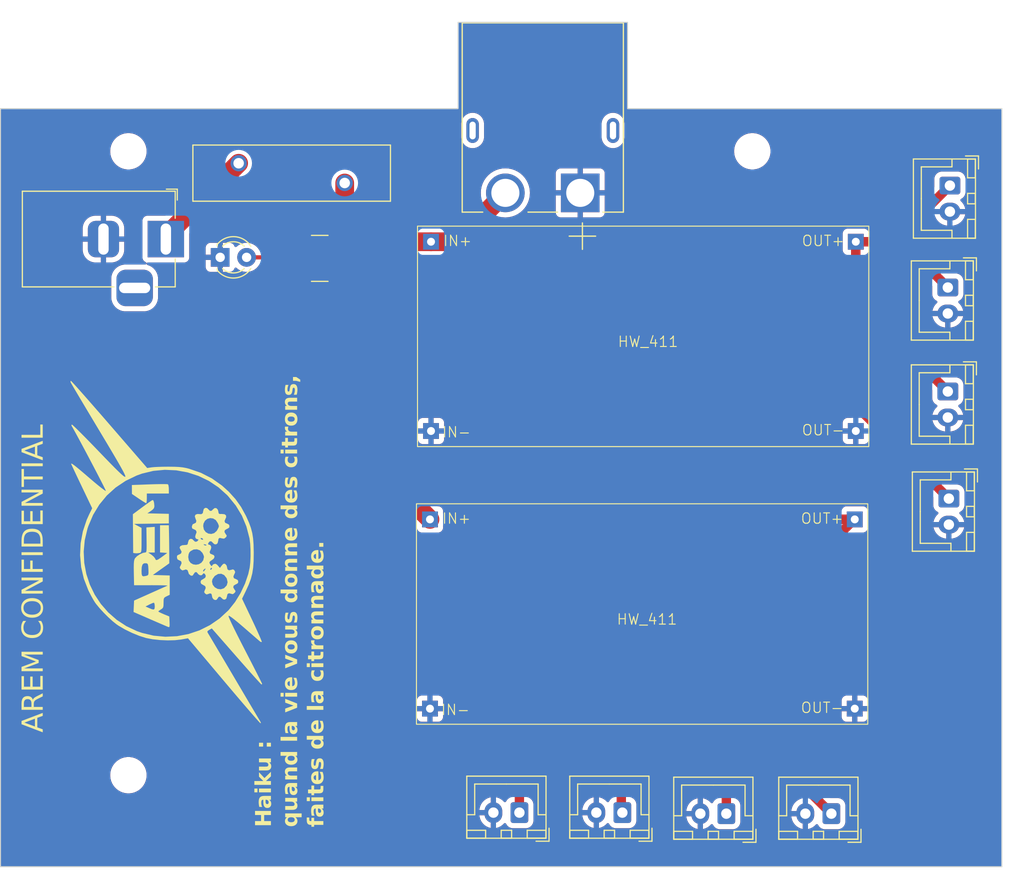
<source format=kicad_pcb>
(kicad_pcb (version 20240108) (generator "pcbnew") (generator_version "8.0")
  (title_block (title "Carte d'alimentation 2024") (date "2024-02-08") (rev "Cyril, Eliott") (company "AREM"))
  (layers (0 "F.Cu" signal) (31 "B.Cu" signal) (34 "B.Paste" user) (35 "F.Paste" user) (36 "B.SilkS" user "B.Silkscreen") (37 "F.SilkS" user "F.Silkscreen") (38 "B.Mask" user) (39 "F.Mask" user) (44 "Edge.Cuts" user))
  (net 0 "")
  (net 1 "GND")
  (net 2 "Net-(D1-A)")
  (net 3 "Net-(J1-Pin_1)")
  (net 4 "VIN")
  (net 5 "VOUT_1")
  (net 6 "VOUT_2")
  (footprint "MountingHole:MountingHole_3mm" (layer "F.Cu") (at 40 100)
    (property "Reference" "He" (hide yes))
    (property "Value" "MountingHole" (hide yes))
    (pad "" np_thru_hole circle (at 0 0) (size 3 3) (drill 3) (layers "*.Cu" "*.Mask"))
  )
  (footprint "Connector_JST:JST_XH_B2B-XH-A_1x02_P2.50mm_Vertical" (layer "F.Cu") (at 118.9 73.4 -90)
    (property "Reference" "J5")
    (property "Value" "Conn_JST_XH_2_pins" (hide yes))
    (pad "1" thru_hole roundrect (at 0 0 270) (size 1.7 2) (drill 1) (layers "*.Cu" "*.Mask") (roundrect_rratio 0.1470588235) (net 5 "VOUT_1"))
    (pad "2" thru_hole oval (at 2.5 0 270) (size 1.7 2) (drill 1) (layers "*.Cu" "*.Mask") (net 1 "GND"))
  )
  (footprint "MountingHole:MountingHole_3mm" (layer "F.Cu") (at 100 40)
    (property "Reference" "H3" (hide yes))
    (property "Value" "MountingHole" (hide yes))
    (pad "" np_thru_hole circle (at 0 0) (size 3 3) (drill 3) (layers "*.Cu" "*.Mask"))
  )
  (footprint "Connector_JST:JST_XH_B2B-XH-A_1x02_P2.50mm_Vertical" (layer "F.Cu") (at 97.5 103.7 180)
    (property "Reference" "J7")
    (property "Value" "Conn_JST_XH_2_pins" (hide yes))
    (pad "1" thru_hole roundrect (at 0 0 180) (size 1.7 2) (drill 1) (layers "*.Cu" "*.Mask") (roundrect_rratio 0.1470588235) (net 6 "VOUT_2"))
    (pad "2" thru_hole oval (at 2.5 0 180) (size 1.7 2) (drill 1) (layers "*.Cu" "*.Mask") (net 1 "GND"))
  )
  (footprint "lib_supply_power_5V:HW_411" (layer "F.Cu") (at 89.6 95.1)
    (property "Reference" "U2")
    (property "Value" "~" (hide yes))
    (fp_text user "OUT-" (at 15 -1 0) (layer "F.SilkS") (effects (font (thickness 0.1)) (justify left bottom)))
    (fp_text user "IN+" (at -19.5 -19.2 0) (layer "F.SilkS") (effects (font (thickness 0.1)) (justify left bottom)))
    (fp_text user "IN-" (at -19.6 -0.8 0) (layer "F.SilkS") (effects (font (thickness 0.1)) (justify left bottom)))
    (fp_text user "OUT+" (at 15 -19.2 0) (layer "F.SilkS") (effects (font (thickness 0.1)) (justify left bottom)))
    (fp_text user "HW_411" (at -2.7 -9.5 0) (layer "F.SilkS") (effects (font (thickness 0.1)) (justify left bottom)))
    (pad "1" thru_hole rect (at -20.6 -19.7) (size 1.524 1.524) (drill 0.762) (layers "*.Cu" "*.Mask") (net 4 "VIN"))
    (pad "2" thru_hole rect (at -20.6 -1.5) (size 1.524 1.524) (drill 0.762) (layers "*.Cu" "*.Mask") (net 1 "GND"))
    (pad "3" thru_hole rect (at 20.25 -19.7) (size 1.524 1.524) (drill 0.762) (layers "*.Cu" "*.Mask") (net 6 "VOUT_2"))
    (pad "4" thru_hole rect (at 20.25 -1.5) (size 1.524 1.524) (drill 0.762) (layers "*.Cu" "*.Mask") (net 1 "GND"))
  )
  (footprint "Connector_JST:JST_XH_B2B-XH-A_1x02_P2.50mm_Vertical" (layer "F.Cu") (at 107.6 103.7 180)
    (property "Reference" "J6")
    (property "Value" "Conn_JST_XH_2_pins" (hide yes))
    (pad "1" thru_hole roundrect (at 0 0 180) (size 1.7 2) (drill 1) (layers "*.Cu" "*.Mask") (roundrect_rratio 0.1470588235) (net 6 "VOUT_2"))
    (pad "2" thru_hole oval (at 2.5 0 180) (size 1.7 2) (drill 1) (layers "*.Cu" "*.Mask") (net 1 "GND"))
  )
  (footprint "MountingHole:MountingHole_3mm" (layer "F.Cu") (at 40 40)
    (property "Reference" "H2" (hide yes))
    (property "Value" "MountingHole" (hide yes))
    (pad "" np_thru_hole circle (at 0 0) (size 3 3) (drill 3) (layers "*.Cu" "*.Mask"))
  )
  (footprint "Resistor_SMD:R_2816_7142Metric" (layer "F.Cu") (at 58.4 50.3 180)
    (property "Reference" "R1")
    (property "Value" "R" (hide yes))
    (pad "1" smd roundrect (at -2.5125 0 180) (size 3.025 4.45) (layers "F.Cu" "F.Paste" "F.Mask") (roundrect_rratio 0.08264495868) (net 4 "VIN"))
    (pad "2" smd roundrect (at 2.5125 0 180) (size 3.025 4.45) (layers "F.Cu" "F.Paste" "F.Mask") (roundrect_rratio 0.08264495868) (net 2 "Net-(D1-A)"))
  )
  (footprint "LED_THT:LED_D3.0mm" (layer "F.Cu") (at 48.825 50.2)
    (property "Reference" "D1")
    (property "Value" "LED" (hide yes))
    (pad "1" thru_hole rect (at 0 0) (size 1.8 1.8) (drill 0.9) (layers "*.Cu" "*.Mask") (net 1 "GND"))
    (pad "2" thru_hole circle (at 2.54 0) (size 1.8 1.8) (drill 0.9) (layers "*.Cu" "*.Mask") (net 2 "Net-(D1-A)"))
  )
  (footprint "lib_supply_power_5V:HW_411" (layer "F.Cu") (at 89.7 68.4)
    (property "Reference" "U1")
    (property "Value" "~" (hide yes))
    (fp_text user "IN+" (at -19.5 -19.2 0) (layer "F.SilkS") (effects (font (thickness 0.1)) (justify left bottom)))
    (fp_text user "OUT-" (at 15 -1 0) (layer "F.SilkS") (effects (font (thickness 0.1)) (justify left bottom)))
    (fp_text user "HW_411" (at -2.7 -9.5 0) (layer "F.SilkS") (effects (font (thickness 0.1)) (justify left bottom)))
    (fp_text user "IN-" (at -19.6 -0.8 0) (layer "F.SilkS") (effects (font (thickness 0.1)) (justify left bottom)))
    (fp_text user "OUT+" (at 15 -19.2 0) (layer "F.SilkS") (effects (font (thickness 0.1)) (justify left bottom)))
    (pad "1" thru_hole rect (at -20.6 -19.7) (size 1.524 1.524) (drill 0.762) (layers "*.Cu" "*.Mask") (net 4 "VIN"))
    (pad "2" thru_hole rect (at -20.6 -1.5) (size 1.524 1.524) (drill 0.762) (layers "*.Cu" "*.Mask") (net 1 "GND"))
    (pad "3" thru_hole rect (at 20.25 -19.7) (size 1.524 1.524) (drill 0.762) (layers "*.Cu" "*.Mask") (net 5 "VOUT_1"))
    (pad "4" thru_hole rect (at 20.25 -1.5) (size 1.524 1.524) (drill 0.762) (layers "*.Cu" "*.Mask") (net 1 "GND"))
  )
  (footprint "Connector_JST:JST_XH_B2B-XH-A_1x02_P2.50mm_Vertical" (layer "F.Cu") (at 77.6 103.6 180)
    (property "Reference" "J9")
    (property "Value" "Conn_JST_XH_2_pins" (hide yes))
    (pad "1" thru_hole roundrect (at 0 0 180) (size 1.7 2) (drill 1) (layers "*.Cu" "*.Mask") (roundrect_rratio 0.1470588235) (net 6 "VOUT_2"))
    (pad "2" thru_hole oval (at 2.5 0 180) (size 1.7 2) (drill 1) (layers "*.Cu" "*.Mask") (net 1 "GND"))
  )
  (footprint "Fuse:Fuse_BelFuse_0ZRE0100FF_L18.7mm_W5.1mm" (layer "F.Cu") (at 50.6 41.15)
    (property "Reference" "F1")
    (property "Value" "Fuse" (hide yes))
    (pad "1" thru_hole circle (at 0 0) (size 1.56 1.56) (drill 1.01) (layers "*.Cu" "*.Mask") (net 3 "Net-(J1-Pin_1)"))
    (pad "2" thru_hole circle (at 10.2 1.9) (size 1.56 1.56) (drill 1.01) (layers "*.Cu" "*.Mask") (net 4 "VIN"))
  )
  (footprint "Connector_JST:JST_XH_B2B-XH-A_1x02_P2.50mm_Vertical" (layer "F.Cu") (at 87.5 103.6 180)
    (property "Reference" "J8")
    (property "Value" "Conn_JST_XH_2_pins" (hide yes))
    (pad "1" thru_hole roundrect (at 0 0 180) (size 1.7 2) (drill 1) (layers "*.Cu" "*.Mask") (roundrect_rratio 0.1470588235) (net 6 "VOUT_2"))
    (pad "2" thru_hole oval (at 2.5 0 180) (size 1.7 2) (drill 1) (layers "*.Cu" "*.Mask") (net 1 "GND"))
  )
  (footprint "Connector_JST:JST_XH_B2B-XH-A_1x02_P2.50mm_Vertical" (layer "F.Cu") (at 119 43.3 -90)
    (property "Reference" "J2")
    (property "Value" "Conn_JST_XH_2_pins" (hide yes))
    (pad "1" thru_hole roundrect (at 0 0 270) (size 1.7 2) (drill 1) (layers "*.Cu" "*.Mask") (roundrect_rratio 0.1470588235) (net 5 "VOUT_1"))
    (pad "2" thru_hole oval (at 2.5 0 270) (size 1.7 2) (drill 1) (layers "*.Cu" "*.Mask") (net 1 "GND"))
  )
  (footprint "Connector_BarrelJack:BarrelJack_Horizontal" (layer "F.Cu") (at 43.6 48.4425)
    (property "Reference" "J1")
    (property "Value" "Conn_Jack" (hide yes))
    (pad "1" thru_hole rect (at 0 0) (size 3.5 3.5) (drill oval 1 3) (layers "*.Cu" "*.Mask") (net 3 "Net-(J1-Pin_1)"))
    (pad "2" thru_hole roundrect (at -6 0) (size 3 3.5) (drill oval 1 3) (layers "*.Cu" "*.Mask") (net 1 "GND"))
    (pad "3" thru_hole roundrect (at -3 4.7) (size 3.5 3.5) (drill oval 3 1) (layers "*.Cu" "*.Mask"))
  )
  (footprint "Connector_JST:JST_XH_B2B-XH-A_1x02_P2.50mm_Vertical" (layer "F.Cu") (at 118.8 53.1 -90)
    (property "Reference" "J3")
    (property "Value" "Conn_JST_XH_2_pins" (hide yes))
    (pad "1" thru_hole roundrect (at 0 0 270) (size 1.7 2) (drill 1) (layers "*.Cu" "*.Mask") (roundrect_rratio 0.1470588235) (net 5 "VOUT_1"))
    (pad "2" thru_hole oval (at 2.5 0 270) (size 1.7 2) (drill 1) (layers "*.Cu" "*.Mask") (net 1 "GND"))
  )
  (footprint "lib_supply_power_5V:AMASS_XT60PW-M" (layer "F.Cu") (at 79.85 38)
    (property "Reference" "J10")
    (property "Value" "Conn_01x02_Pin" (hide yes))
    (pad "1" thru_hole rect (at 3.6 6) (size 3.716 3.716) (drill 2.7) (layers "*.Cu" "*.Mask") (net 1 "GND"))
    (pad "2" thru_hole circle (at -3.6 6) (size 3.716 3.716) (drill 2.7) (layers "*.Cu" "*.Mask") (net 4 "VIN"))
    (pad "S1" thru_hole oval (at 6.75 0) (size 1.2 2.4) (drill oval 0.6 1.7) (layers "*.Cu" "*.Mask"))
    (pad "S2" thru_hole oval (at -6.75 0) (size 1.2 2.4) (drill oval 0.6 1.7) (layers "*.Cu" "*.Mask"))
  )
  (footprint "Connector_JST:JST_XH_B2B-XH-A_1x02_P2.50mm_Vertical" (layer "F.Cu") (at 118.8 63.1 -90)
    (property "Reference" "J4")
    (property "Value" "Conn_JST_XH_2_pins" (hide yes))
    (pad "1" thru_hole roundrect (at 0 0 270) (size 1.7 2) (drill 1) (layers "*.Cu" "*.Mask") (roundrect_rratio 0.1470588235) (net 5 "VOUT_1"))
    (pad "2" thru_hole oval (at 2.5 0 270) (size 1.7 2) (drill 1) (layers "*.Cu" "*.Mask") (net 1 "GND"))
  )
  (footprint "cdr:logo_arem" (layer "B.Cu") (at 43.294835 78.086935 -90)
    (property "Reference" "Logo arem" (hide yes))
    (property "Value" "LOGO" (hide yes))
  )
  (gr_poly (pts (xy 71.7 27.6) (xy 71.7 35.9) (xy 27.7 35.9) (xy 27.7 108.8) (xy 124 108.8) (xy 124 35.9) (xy 88 35.9) (xy 88 27.6)) (stroke (width 0.1)) (fill none) (layer "Edge.Cuts"))
  (gr_text "Haiku :\nquand la vie vous donne des citrons,\nfaites de la citronnade. " (at 59 105 90) (layer "F.SilkS") (effects (font (size 1.5 1.5) (thickness 0.3) (bold yes)) (justify left bottom)))
  (gr_text "AREM CONFIDENTIAL" (at 32.1 95.9 90) (layer "F.SilkS") (effects (font (size 2 2)) (justify left bottom)))
  (segment (start 55.8875 50.3) (end 55.7875 50.2) (width 0.4) (layer "F.Cu") (net 2))
  (segment (start 55.7875 50.2) (end 51.365 50.2) (width 0.4) (layer "F.Cu") (net 2))
  (segment (start 43.6 48.4425) (end 43.6 48.15) (width 1.8) (layer "F.Cu") (net 3))
  (segment (start 43.6 48.15) (end 50.6 41.15) (width 1.8) (layer "F.Cu") (net 3))
  (segment (start 60.9125 50.3) (end 62.5125 48.7) (width 1.8) (layer "F.Cu") (net 4))
  (segment (start 60.9125 67.3125) (end 69 75.4) (width 1.8) (layer "F.Cu") (net 4))
  (segment (start 60.9125 50.3) (end 60.9125 67.3125) (width 1.8) (layer "F.Cu") (net 4))
  (segment (start 62.5125 48.7) (end 69.1 48.7) (width 1.8) (layer "F.Cu") (net 4))
  (segment (start 60.8 43.05) (end 60.8 50.1875) (width 1.8) (layer "F.Cu") (net 4))
  (segment (start 71.55 48.7) (end 76.25 44) (width 1.8) (layer "F.Cu") (net 4))
  (segment (start 69.1 48.7) (end 71.55 48.7) (width 1.8) (layer "F.Cu") (net 4))
  (segment (start 60.8 50.1875) (end 60.9125 50.3) (width 1.8) (layer "F.Cu") (net 4))
  (segment (start 109.95 48.7) (end 109.95 64.45) (width 0.9) (layer "F.Cu") (net 5))
  (segment (start 109.95 64.45) (end 118.9 73.4) (width 0.9) (layer "F.Cu") (net 5))
  (segment (start 113.6 48.7) (end 119 43.3) (width 0.9) (layer "F.Cu") (net 5))
  (segment (start 114.4 48.7) (end 118.8 53.1) (width 0.9) (layer "F.Cu") (net 5))
  (segment (start 109.95 48.7) (end 109.95 54.25) (width 0.9) (layer "F.Cu") (net 5))
  (segment (start 109.95 48.7) (end 113.6 48.7) (width 0.9) (layer "F.Cu") (net 5))
  (segment (start 109.95 48.7) (end 114.4 48.7) (width 0.9) (layer "F.Cu") (net 5))
  (segment (start 109.95 54.25) (end 118.8 63.1) (width 0.9) (layer "F.Cu") (net 5))
  (segment (start 109.85 75.4) (end 93.6 75.4) (width 0.9) (layer "F.Cu") (net 6))
  (segment (start 93.6 75.4) (end 87.4 81.6) (width 0.9) (layer "F.Cu") (net 6))
  (segment (start 102.6 98.7) (end 107.6 103.7) (width 0.9) (layer "F.Cu") (net 6))
  (segment (start 109.85 75.4) (end 85.1 75.4) (width 0.9) (layer "F.Cu") (net 6))
  (segment (start 102.6 82.6) (end 102.6 98.7) (width 0.9) (layer "F.Cu") (net 6))
  (segment (start 81.2 79.4) (end 77.6 83) (width 0.9) (layer "F.Cu") (net 6))
  (segment (start 85.1 75.4) (end 81.2 79.3) (width 0.9) (layer "F.Cu") (net 6))
  (segment (start 97.5 82.3) (end 97.5 103.7) (width 0.9) (layer "F.Cu") (net 6))
  (segment (start 77.6 83) (end 77.6 103.6) (width 0.9) (layer "F.Cu") (net 6))
  (segment (start 109.85 75.4) (end 109.8 75.4) (width 0.9) (layer "F.Cu") (net 6))
  (segment (start 87.4 103.5) (end 87.5 103.6) (width 0.9) (layer "F.Cu") (net 6))
  (segment (start 104.4 75.4) (end 97.5 82.3) (width 0.9) (layer "F.Cu") (net 6))
  (segment (start 81.2 79.3) (end 81.2 79.4) (width 0.9) (layer "F.Cu") (net 6))
  (segment (start 87.4 81.6) (end 87.4 103.5) (width 0.9) (layer "F.Cu") (net 6))
  (segment (start 109.85 75.4) (end 104.4 75.4) (width 0.9) (layer "F.Cu") (net 6))
  (segment (start 109.8 75.4) (end 102.6 82.6) (width 0.9) (layer "F.Cu") (net 6))
  (zone (net 1) (net_name "GND") (layer "F.Cu") (connect_pads (clearance 0.5)) (min_thickness 0.25) (fill yes (thermal_gap 0.5) (thermal_bridge_width 0.5))
    (polygon (pts (xy 71.7 27.6) (xy 71.7 35.9) (xy 27.7 35.9) (xy 27.7 108.8) (xy 124 108.8) (xy 124 35.9) (xy 88 35.9) (xy 88 27.6)))
  )
  (zone (net 1) (net_name "GND") (layer "B.Cu") (priority 1) (connect_pads (clearance 0.5)) (min_thickness 0.25) (fill yes (thermal_gap 0.5) (thermal_bridge_width 0.5))
    (polygon (pts (xy 71.7 27.6) (xy 88 27.6) (xy 88 35.9) (xy 124 35.9) (xy 124 108.8) (xy 27.7 108.8) (xy 27.7 35.9) (xy 71.7 35.9)))
  )
)
</source>
